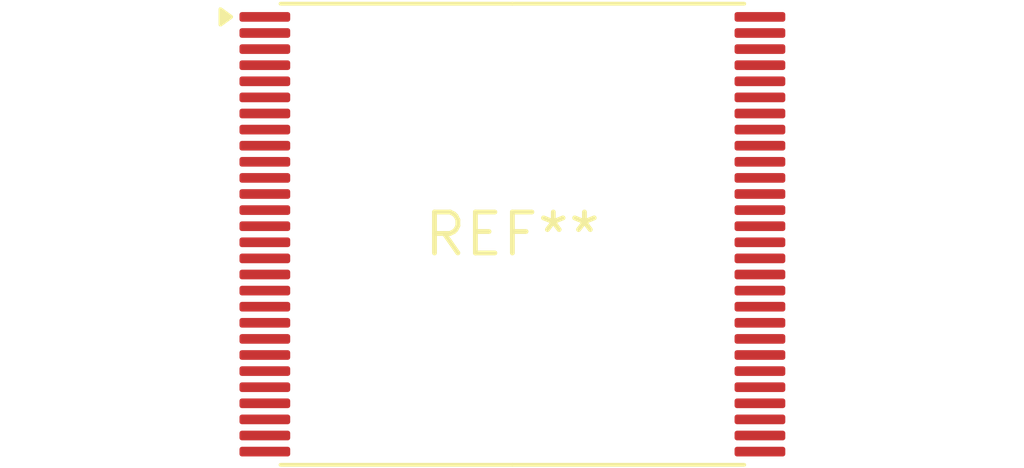
<source format=kicad_pcb>
(kicad_pcb (version 20240108) (generator pcbnew)
  (layers (0 "F.Cu" signal) (31 "B.Cu" signal) (34 "B.Paste" user) (35 "F.Paste" user) (36 "B.SilkS" user "B.Silkscreen") (37 "F.SilkS" user "F.Silkscreen") (38 "B.Mask" user) (39 "F.Mask" user) (44 "Edge.Cuts" user))
  (net 0 "")
  (footprint "TSOP-I-56_14.4x14mm_P0.5mm" (layer "F.Cu") (at 0 0)
    (property "Reference" "REF**")
    (property "Value" "TSOP-I-56_14.4x14mm_P0.5mm")
    (fp_line (start 0 -7.16) (end -7.2 -7.16) (layer "F.SilkS") (stroke (width 0.12)))
    (fp_line (start 0 -7.16) (end 7.2 -7.16) (layer "F.SilkS") (stroke (width 0.12)))
    (fp_line (start 0 7.16) (end -7.2 7.16) (layer "F.SilkS") (stroke (width 0.12)))
    (fp_line (start 0 7.16) (end 7.2 7.16) (layer "F.SilkS") (stroke (width 0.12)))
    (fp_poly (pts (xy -8.735 -6.75) (xy -9.065 -6.99) (xy -9.065 -6.51) (xy -8.735 -6.75)) (layer "F.SilkS") (stroke (width 0.12)) (fill solid))
    (pad "1" smd roundrect (at -7.6875 -6.75) (size 1.575 0.3) (layers "F.Cu" "F.Paste" "F.Mask"))
    (pad "2" smd roundrect (at -7.6875 -6.25) (size 1.575 0.3) (layers "F.Cu" "F.Paste" "F.Mask"))
    (pad "3" smd roundrect (at -7.6875 -5.75) (size 1.575 0.3) (layers "F.Cu" "F.Paste" "F.Mask"))
    (pad "4" smd roundrect (at -7.6875 -5.25) (size 1.575 0.3) (layers "F.Cu" "F.Paste" "F.Mask"))
    (pad "5" smd roundrect (at -7.6875 -4.75) (size 1.575 0.3) (layers "F.Cu" "F.Paste" "F.Mask"))
    (pad "6" smd roundrect (at -7.6875 -4.25) (size 1.575 0.3) (layers "F.Cu" "F.Paste" "F.Mask"))
    (pad "7" smd roundrect (at -7.6875 -3.75) (size 1.575 0.3) (layers "F.Cu" "F.Paste" "F.Mask"))
    (pad "8" smd roundrect (at -7.6875 -3.25) (size 1.575 0.3) (layers "F.Cu" "F.Paste" "F.Mask"))
    (pad "9" smd roundrect (at -7.6875 -2.75) (size 1.575 0.3) (layers "F.Cu" "F.Paste" "F.Mask"))
    (pad "10" smd roundrect (at -7.6875 -2.25) (size 1.575 0.3) (layers "F.Cu" "F.Paste" "F.Mask"))
    (pad "11" smd roundrect (at -7.6875 -1.75) (size 1.575 0.3) (layers "F.Cu" "F.Paste" "F.Mask"))
    (pad "12" smd roundrect (at -7.6875 -1.25) (size 1.575 0.3) (layers "F.Cu" "F.Paste" "F.Mask"))
    (pad "13" smd roundrect (at -7.6875 -0.75) (size 1.575 0.3) (layers "F.Cu" "F.Paste" "F.Mask"))
    (pad "14" smd roundrect (at -7.6875 -0.25) (size 1.575 0.3) (layers "F.Cu" "F.Paste" "F.Mask"))
    (pad "15" smd roundrect (at -7.6875 0.25) (size 1.575 0.3) (layers "F.Cu" "F.Paste" "F.Mask"))
    (pad "16" smd roundrect (at -7.6875 0.75) (size 1.575 0.3) (layers "F.Cu" "F.Paste" "F.Mask"))
    (pad "17" smd roundrect (at -7.6875 1.25) (size 1.575 0.3) (layers "F.Cu" "F.Paste" "F.Mask"))
    (pad "18" smd roundrect (at -7.6875 1.75) (size 1.575 0.3) (layers "F.Cu" "F.Paste" "F.Mask"))
    (pad "19" smd roundrect (at -7.6875 2.25) (size 1.575 0.3) (layers "F.Cu" "F.Paste" "F.Mask"))
    (pad "20" smd roundrect (at -7.6875 2.75) (size 1.575 0.3) (layers "F.Cu" "F.Paste" "F.Mask"))
    (pad "21" smd roundrect (at -7.6875 3.25) (size 1.575 0.3) (layers "F.Cu" "F.Paste" "F.Mask"))
    (pad "22" smd roundrect (at -7.6875 3.75) (size 1.575 0.3) (layers "F.Cu" "F.Paste" "F.Mask"))
    (pad "23" smd roundrect (at -7.6875 4.25) (size 1.575 0.3) (layers "F.Cu" "F.Paste" "F.Mask"))
    (pad "24" smd roundrect (at -7.6875 4.75) (size 1.575 0.3) (layers "F.Cu" "F.Paste" "F.Mask"))
    (pad "25" smd roundrect (at -7.6875 5.25) (size 1.575 0.3) (layers "F.Cu" "F.Paste" "F.Mask"))
    (pad "26" smd roundrect (at -7.6875 5.75) (size 1.575 0.3) (layers "F.Cu" "F.Paste" "F.Mask"))
    (pad "27" smd roundrect (at -7.6875 6.25) (size 1.575 0.3) (layers "F.Cu" "F.Paste" "F.Mask"))
    (pad "28" smd roundrect (at -7.6875 6.75) (size 1.575 0.3) (layers "F.Cu" "F.Paste" "F.Mask"))
    (pad "29" smd roundrect (at 7.6875 6.75) (size 1.575 0.3) (layers "F.Cu" "F.Paste" "F.Mask"))
    (pad "30" smd roundrect (at 7.6875 6.25) (size 1.575 0.3) (layers "F.Cu" "F.Paste" "F.Mask"))
    (pad "31" smd roundrect (at 7.6875 5.75) (size 1.575 0.3) (layers "F.Cu" "F.Paste" "F.Mask"))
    (pad "32" smd roundrect (at 7.6875 5.25) (size 1.575 0.3) (layers "F.Cu" "F.Paste" "F.Mask"))
    (pad "33" smd roundrect (at 7.6875 4.75) (size 1.575 0.3) (layers "F.Cu" "F.Paste" "F.Mask"))
    (pad "34" smd roundrect (at 7.6875 4.25) (size 1.575 0.3) (layers "F.Cu" "F.Paste" "F.Mask"))
    (pad "35" smd roundrect (at 7.6875 3.75) (size 1.575 0.3) (layers "F.Cu" "F.Paste" "F.Mask"))
    (pad "36" smd roundrect (at 7.6875 3.25) (size 1.575 0.3) (layers "F.Cu" "F.Paste" "F.Mask"))
    (pad "37" smd roundrect (at 7.6875 2.75) (size 1.575 0.3) (layers "F.Cu" "F.Paste" "F.Mask"))
    (pad "38" smd roundrect (at 7.6875 2.25) (size 1.575 0.3) (layers "F.Cu" "F.Paste" "F.Mask"))
    (pad "39" smd roundrect (at 7.6875 1.75) (size 1.575 0.3) (layers "F.Cu" "F.Paste" "F.Mask"))
    (pad "40" smd roundrect (at 7.6875 1.25) (size 1.575 0.3) (layers "F.Cu" "F.Paste" "F.Mask"))
    (pad "41" smd roundrect (at 7.6875 0.75) (size 1.575 0.3) (layers "F.Cu" "F.Paste" "F.Mask"))
    (pad "42" smd roundrect (at 7.6875 0.25) (size 1.575 0.3) (layers "F.Cu" "F.Paste" "F.Mask"))
    (pad "43" smd roundrect (at 7.6875 -0.25) (size 1.575 0.3) (layers "F.Cu" "F.Paste" "F.Mask"))
    (pad "44" smd roundrect (at 7.6875 -0.75) (size 1.575 0.3) (layers "F.Cu" "F.Paste" "F.Mask"))
    (pad "45" smd roundrect (at 7.6875 -1.25) (size 1.575 0.3) (layers "F.Cu" "F.Paste" "F.Mask"))
    (pad "46" smd roundrect (at 7.6875 -1.75) (size 1.575 0.3) (layers "F.Cu" "F.Paste" "F.Mask"))
    (pad "47" smd roundrect (at 7.6875 -2.25) (size 1.575 0.3) (layers "F.Cu" "F.Paste" "F.Mask"))
    (pad "48" smd roundrect (at 7.6875 -2.75) (size 1.575 0.3) (layers "F.Cu" "F.Paste" "F.Mask"))
    (pad "49" smd roundrect (at 7.6875 -3.25) (size 1.575 0.3) (layers "F.Cu" "F.Paste" "F.Mask"))
    (pad "50" smd roundrect (at 7.6875 -3.75) (size 1.575 0.3) (layers "F.Cu" "F.Paste" "F.Mask"))
    (pad "51" smd roundrect (at 7.6875 -4.25) (size 1.575 0.3) (layers "F.Cu" "F.Paste" "F.Mask"))
    (pad "52" smd roundrect (at 7.6875 -4.75) (size 1.575 0.3) (layers "F.Cu" "F.Paste" "F.Mask"))
    (pad "53" smd roundrect (at 7.6875 -5.25) (size 1.575 0.3) (layers "F.Cu" "F.Paste" "F.Mask"))
    (pad "54" smd roundrect (at 7.6875 -5.75) (size 1.575 0.3) (layers "F.Cu" "F.Paste" "F.Mask"))
    (pad "55" smd roundrect (at 7.6875 -6.25) (size 1.575 0.3) (layers "F.Cu" "F.Paste" "F.Mask"))
    (pad "56" smd roundrect (at 7.6875 -6.75) (size 1.575 0.3) (layers "F.Cu" "F.Paste" "F.Mask"))
  )
)
</source>
